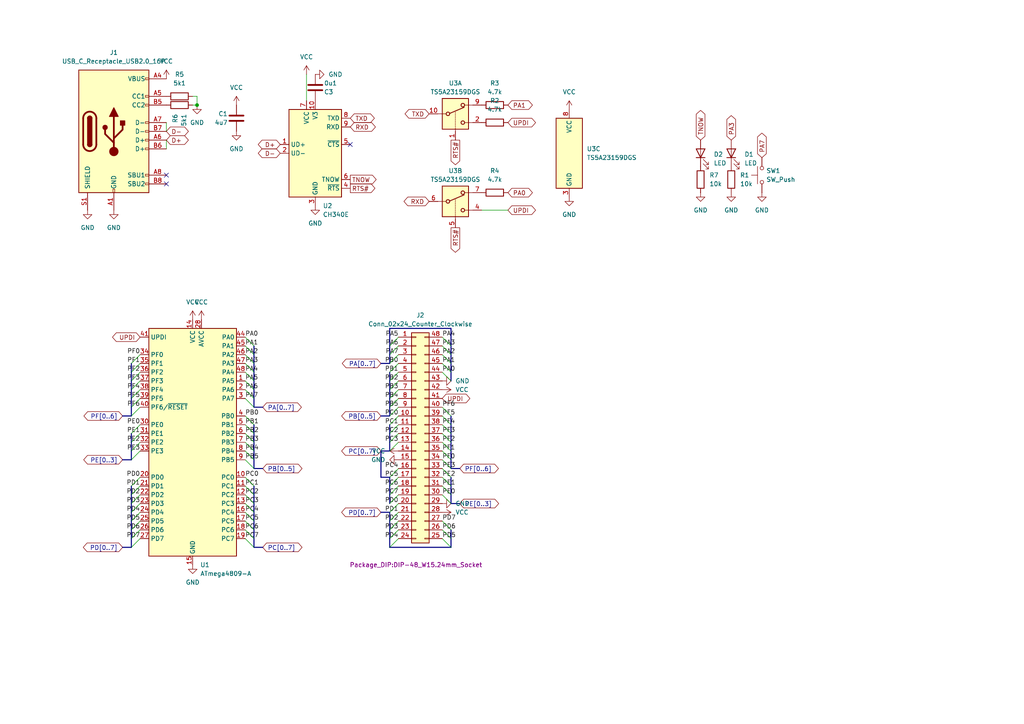
<source format=kicad_sch>
(kicad_sch (version 20231120) (generator "eeschema") (generator_version "8.0")
  (paper "A4")
  (lib_symbols
    (symbol "Analog_Switch:TS5A23159DGS"
      (property "Reference" "U" (at -5.08 8.89 0))
      (property "Value" "TS5A23159DGS" (at -5.08 6.985 0))
      (symbol "TS5A23159DGS_1_1"
        (rectangle (start -3.81 4.445) (end 3.81 -4.445) (stroke (width 0.254)) (fill (type background)))
        (circle (center -2.159 0) (radius 0.508) (stroke (width 0.254)))
        (polyline (pts (xy -5.08 0) (xy -2.794 0)))
        (polyline (pts (xy -1.651 0.127) (xy 2.54 1.905)) (stroke (width 0.254)))
        (polyline (pts (xy 0 -5.08) (xy 0 -4.572)))
        (polyline (pts (xy 0 -4.318) (xy 0 -4.064)))
        (polyline (pts (xy 0 -3.81) (xy 0 -3.556)))
        (polyline (pts (xy 0 -3.302) (xy 0 -3.048)))
        (polyline (pts (xy 0 -2.794) (xy 0 -2.54)))
        (polyline (pts (xy 0 -2.286) (xy 0 -2.032)))
        (polyline (pts (xy 0 -1.778) (xy 0 -1.524)))
        (polyline (pts (xy 0 -1.27) (xy 0 -1.016)))
        (polyline (pts (xy 0 -0.762) (xy 0 -0.508)))
        (polyline (pts (xy 0 -0.254) (xy 0 0)))
        (polyline (pts (xy 0 0.254) (xy 0 0.508)))
        (polyline (pts (xy 5.08 -2.54) (xy 2.794 -2.54)))
        (polyline (pts (xy 5.08 2.54) (xy 2.794 2.54)))
        (circle (center 2.159 -2.54) (radius 0.508) (stroke (width 0.254)))
        (circle (center 2.159 2.54) (radius 0.508) (stroke (width 0.254)))
        (pin input line (at 0 -7.62 90) (length 2.54) (name "~") (number "1"))
        (pin passive line (at -7.62 0 0) (length 2.54) (name "~") (number "10"))
        (pin passive line (at 7.62 -2.54 180) (length 2.54) (name "~") (number "2"))
        (pin passive line (at 7.62 2.54 180) (length 2.54) (name "~") (number "9"))
      )
      (symbol "TS5A23159DGS_2_1"
        (rectangle (start -3.81 4.445) (end 3.81 -4.445) (stroke (width 0.254)) (fill (type background)))
        (circle (center -2.159 0) (radius 0.508) (stroke (width 0.254)))
        (polyline (pts (xy -5.08 0) (xy -2.794 0)))
        (polyline (pts (xy -1.651 0.127) (xy 2.54 1.905)) (stroke (width 0.254)))
        (polyline (pts (xy 0 -5.08) (xy 0 -4.572)))
        (polyline (pts (xy 0 -4.318) (xy 0 -4.064)))
        (polyline (pts (xy 0 -3.81) (xy 0 -3.556)))
        (polyline (pts (xy 0 -3.302) (xy 0 -3.048)))
        (polyline (pts (xy 0 -2.794) (xy 0 -2.54)))
        (polyline (pts (xy 0 -2.286) (xy 0 -2.032)))
        (polyline (pts (xy 0 -1.778) (xy 0 -1.524)))
        (polyline (pts (xy 0 -1.27) (xy 0 -1.016)))
        (polyline (pts (xy 0 -0.762) (xy 0 -0.508)))
        (polyline (pts (xy 0 -0.254) (xy 0 0)))
        (polyline (pts (xy 0 0.254) (xy 0 0.508)))
        (polyline (pts (xy 5.08 -2.54) (xy 2.794 -2.54)))
        (polyline (pts (xy 5.08 2.54) (xy 2.794 2.54)))
        (circle (center 2.159 -2.54) (radius 0.508) (stroke (width 0.254)))
        (circle (center 2.159 2.54) (radius 0.508) (stroke (width 0.254)))
        (pin passive line (at 7.62 -2.54 180) (length 2.54) (name "~") (number "4"))
        (pin input line (at 0 -7.62 90) (length 2.54) (name "~") (number "5"))
        (pin passive line (at -7.62 0 0) (length 2.54) (name "~") (number "6"))
        (pin passive line (at 7.62 2.54 180) (length 2.54) (name "~") (number "7"))
      )
      (symbol "TS5A23159DGS_3_1"
        (rectangle (start -3.81 10.16) (end 3.81 -10.16) (stroke (width 0.254)) (fill (type background)))
        (pin power_in line (at 0 -12.7 90) (length 2.54) (name "GND") (number "3"))
        (pin power_in line (at 0 12.7 270) (length 2.54) (name "VCC") (number "8"))
      )
    )
    (symbol "Connector:USB_C_Receptacle_USB2.0_16P" (pin_names (offset 1.016))
      (property "Reference" "J" (at 0 22.225 0))
      (property "Value" "USB_C_Receptacle_USB2.0_16P" (at 0 19.685 0))
      (symbol "USB_C_Receptacle_USB2.0_16P_0_0"
        (rectangle (start -0.254 -17.78) (end 0.254 -16.764))
        (rectangle (start 10.16 -14.986) (end 9.144 -15.494))
        (rectangle (start 10.16 -12.446) (end 9.144 -12.954))
        (rectangle (start 10.16 -4.826) (end 9.144 -5.334))
        (rectangle (start 10.16 -2.286) (end 9.144 -2.794))
        (rectangle (start 10.16 0.254) (end 9.144 -0.254))
        (rectangle (start 10.16 2.794) (end 9.144 2.286))
        (rectangle (start 10.16 7.874) (end 9.144 7.366))
        (rectangle (start 10.16 10.414) (end 9.144 9.906))
        (rectangle (start 10.16 15.494) (end 9.144 14.986))
      )
      (symbol "USB_C_Receptacle_USB2.0_16P_0_1"
        (rectangle (start -10.16 17.78) (end 10.16 -17.78) (stroke (width 0.254)) (fill (type background)))
        (arc (start -8.89 -3.81) (mid -6.985 -5.7067) (end -5.08 -3.81) (stroke (width 0.508)))
        (arc (start -7.62 -3.81) (mid -6.985 -4.4423) (end -6.35 -3.81) (stroke (width 0.254)))
        (arc (start -7.62 -3.81) (mid -6.985 -4.4423) (end -6.35 -3.81) (stroke (width 0.254)) (fill (type outline)))
        (rectangle (start -7.62 -3.81) (end -6.35 3.81) (stroke (width 0.254)) (fill (type outline)))
        (arc (start -6.35 3.81) (mid -6.985 4.4423) (end -7.62 3.81) (stroke (width 0.254)))
        (arc (start -6.35 3.81) (mid -6.985 4.4423) (end -7.62 3.81) (stroke (width 0.254)) (fill (type outline)))
        (arc (start -5.08 3.81) (mid -6.985 5.7067) (end -8.89 3.81) (stroke (width 0.508)))
        (circle (center -2.54 1.143) (radius 0.635) (stroke (width 0.254)) (fill (type outline)))
        (circle (center 0 -5.842) (radius 1.27) (fill (type outline)))
        (polyline (pts (xy -8.89 -3.81) (xy -8.89 3.81)) (stroke (width 0.508)))
        (polyline (pts (xy -5.08 3.81) (xy -5.08 -3.81)) (stroke (width 0.508)))
        (polyline (pts (xy 0 -5.842) (xy 0 4.318)) (stroke (width 0.508)))
        (polyline (pts (xy 0 -3.302) (xy -2.54 -0.762) (xy -2.54 0.508)) (stroke (width 0.508)))
        (polyline (pts (xy 0 -2.032) (xy 2.54 0.508) (xy 2.54 1.778)) (stroke (width 0.508)))
        (polyline (pts (xy -1.27 4.318) (xy 0 6.858) (xy 1.27 4.318) (xy -1.27 4.318)) (stroke (width 0.254)) (fill (type outline)))
        (rectangle (start 1.905 1.778) (end 3.175 3.048) (stroke (width 0.254)) (fill (type outline)))
      )
      (symbol "USB_C_Receptacle_USB2.0_16P_1_1"
        (pin passive line (at 0 -22.86 90) (length 5.08) (name "GND") (number "A1"))
        (pin passive line (at 0 -22.86 90) (length 5.08) hide (name "GND") (number "A12"))
        (pin passive line (at 15.24 15.24 180) (length 5.08) (name "VBUS") (number "A4"))
        (pin bidirectional line (at 15.24 10.16 180) (length 5.08) (name "CC1") (number "A5"))
        (pin bidirectional line (at 15.24 -2.54 180) (length 5.08) (name "D+") (number "A6"))
        (pin bidirectional line (at 15.24 2.54 180) (length 5.08) (name "D-") (number "A7"))
        (pin bidirectional line (at 15.24 -12.7 180) (length 5.08) (name "SBU1") (number "A8"))
        (pin passive line (at 15.24 15.24 180) (length 5.08) hide (name "VBUS") (number "A9"))
        (pin passive line (at 0 -22.86 90) (length 5.08) hide (name "GND") (number "B1"))
        (pin passive line (at 0 -22.86 90) (length 5.08) hide (name "GND") (number "B12"))
        (pin passive line (at 15.24 15.24 180) (length 5.08) hide (name "VBUS") (number "B4"))
        (pin bidirectional line (at 15.24 7.62 180) (length 5.08) (name "CC2") (number "B5"))
        (pin bidirectional line (at 15.24 -5.08 180) (length 5.08) (name "D+") (number "B6"))
        (pin bidirectional line (at 15.24 0 180) (length 5.08) (name "D-") (number "B7"))
        (pin bidirectional line (at 15.24 -15.24 180) (length 5.08) (name "SBU2") (number "B8"))
        (pin passive line (at 15.24 15.24 180) (length 5.08) hide (name "VBUS") (number "B9"))
        (pin passive line (at -7.62 -22.86 90) (length 5.08) (name "SHIELD") (number "S1"))
      )
    )
    (symbol "Connector_Generic:Conn_02x24_Counter_Clockwise" (pin_names (offset 1.016) hide)
      (property "Reference" "J" (at 1.27 30.48 0))
      (property "Value" "Conn_02x24_Counter_Clockwise" (at 1.27 -33.02 0))
      (symbol "Conn_02x24_Counter_Clockwise_1_1"
        (rectangle (start -1.27 -30.353) (end 0 -30.607) (stroke (width 0.1524)))
        (rectangle (start -1.27 -27.813) (end 0 -28.067) (stroke (width 0.1524)))
        (rectangle (start -1.27 -25.273) (end 0 -25.527) (stroke (width 0.1524)))
        (rectangle (start -1.27 -22.733) (end 0 -22.987) (stroke (width 0.1524)))
        (rectangle (start -1.27 -20.193) (end 0 -20.447) (stroke (width 0.1524)))
        (rectangle (start -1.27 -17.653) (end 0 -17.907) (stroke (width 0.1524)))
        (rectangle (start -1.27 -15.113) (end 0 -15.367) (stroke (width 0.1524)))
        (rectangle (start -1.27 -12.573) (end 0 -12.827) (stroke (width 0.1524)))
        (rectangle (start -1.27 -10.033) (end 0 -10.287) (stroke (width 0.1524)))
        (rectangle (start -1.27 -7.493) (end 0 -7.747) (stroke (width 0.1524)))
        (rectangle (start -1.27 -4.953) (end 0 -5.207) (stroke (width 0.1524)))
        (rectangle (start -1.27 -2.413) (end 0 -2.667) (stroke (width 0.1524)))
        (rectangle (start -1.27 0.127) (end 0 -0.127) (stroke (width 0.1524)))
        (rectangle (start -1.27 2.667) (end 0 2.413) (stroke (width 0.1524)))
        (rectangle (start -1.27 5.207) (end 0 4.953) (stroke (width 0.1524)))
        (rectangle (start -1.27 7.747) (end 0 7.493) (stroke (width 0.1524)))
        (rectangle (start -1.27 10.287) (end 0 10.033) (stroke (width 0.1524)))
        (rectangle (start -1.27 12.827) (end 0 12.573) (stroke (width 0.1524)))
        (rectangle (start -1.27 15.367) (end 0 15.113) (stroke (width 0.1524)))
        (rectangle (start -1.27 17.907) (end 0 17.653) (stroke (width 0.1524)))
        (rectangle (start -1.27 20.447) (end 0 20.193) (stroke (width 0.1524)))
        (rectangle (start -1.27 22.987) (end 0 22.733) (stroke (width 0.1524)))
        (rectangle (start -1.27 25.527) (end 0 25.273) (stroke (width 0.1524)))
        (rectangle (start -1.27 28.067) (end 0 27.813) (stroke (width 0.1524)))
        (rectangle (start -1.27 29.21) (end 3.81 -31.75) (stroke (width 0.254)) (fill (type background)))
        (rectangle (start 3.81 -30.353) (end 2.54 -30.607) (stroke (width 0.1524)))
        (rectangle (start 3.81 -27.813) (end 2.54 -28.067) (stroke (width 0.1524)))
        (rectangle (start 3.81 -25.273) (end 2.54 -25.527) (stroke (width 0.1524)))
        (rectangle (start 3.81 -22.733) (end 2.54 -22.987) (stroke (width 0.1524)))
        (rectangle (start 3.81 -20.193) (end 2.54 -20.447) (stroke (width 0.1524)))
        (rectangle (start 3.81 -17.653) (end 2.54 -17.907) (stroke (width 0.1524)))
        (rectangle (start 3.81 -15.113) (end 2.54 -15.367) (stroke (width 0.1524)))
        (rectangle (start 3.81 -12.573) (end 2.54 -12.827) (stroke (width 0.1524)))
        (rectangle (start 3.81 -10.033) (end 2.54 -10.287) (stroke (width 0.1524)))
        (rectangle (start 3.81 -7.493) (end 2.54 -7.747) (stroke (width 0.1524)))
        (rectangle (start 3.81 -4.953) (end 2.54 -5.207) (stroke (width 0.1524)))
        (rectangle (start 3.81 -2.413) (end 2.54 -2.667) (stroke (width 0.1524)))
        (rectangle (start 3.81 0.127) (end 2.54 -0.127) (stroke (width 0.1524)))
        (rectangle (start 3.81 2.667) (end 2.54 2.413) (stroke (width 0.1524)))
        (rectangle (start 3.81 5.207) (end 2.54 4.953) (stroke (width 0.1524)))
        (rectangle (start 3.81 7.747) (end 2.54 7.493) (stroke (width 0.1524)))
        (rectangle (start 3.81 10.287) (end 2.54 10.033) (stroke (width 0.1524)))
        (rectangle (start 3.81 12.827) (end 2.54 12.573) (stroke (width 0.1524)))
        (rectangle (start 3.81 15.367) (end 2.54 15.113) (stroke (width 0.1524)))
        (rectangle (start 3.81 17.907) (end 2.54 17.653) (stroke (width 0.1524)))
        (rectangle (start 3.81 20.447) (end 2.54 20.193) (stroke (width 0.1524)))
        (rectangle (start 3.81 22.987) (end 2.54 22.733) (stroke (width 0.1524)))
        (rectangle (start 3.81 25.527) (end 2.54 25.273) (stroke (width 0.1524)))
        (rectangle (start 3.81 28.067) (end 2.54 27.813) (stroke (width 0.1524)))
        (pin passive line (at -5.08 27.94 0) (length 3.81) (name "Pin_1") (number "1"))
        (pin passive line (at -5.08 5.08 0) (length 3.81) (name "Pin_10") (number "10"))
        (pin passive line (at -5.08 2.54 0) (length 3.81) (name "Pin_11") (number "11"))
        (pin passive line (at -5.08 0 0) (length 3.81) (name "Pin_12") (number "12"))
        (pin passive line (at -5.08 -2.54 0) (length 3.81) (name "Pin_13") (number "13"))
        (pin passive line (at -5.08 -5.08 0) (length 3.81) (name "Pin_14") (number "14"))
        (pin passive line (at -5.08 -7.62 0) (length 3.81) (name "Pin_15") (number "15"))
        (pin passive line (at -5.08 -10.16 0) (length 3.81) (name "Pin_16") (number "16"))
        (pin passive line (at -5.08 -12.7 0) (length 3.81) (name "Pin_17") (number "17"))
        (pin passive line (at -5.08 -15.24 0) (length 3.81) (name "Pin_18") (number "18"))
        (pin passive line (at -5.08 -17.78 0) (length 3.81) (name "Pin_19") (number "19"))
        (pin passive line (at -5.08 25.4 0) (length 3.81) (name "Pin_2") (number "2"))
        (pin passive line (at -5.08 -20.32 0) (length 3.81) (name "Pin_20") (number "20"))
        (pin passive line (at -5.08 -22.86 0) (length 3.81) (name "Pin_21") (number "21"))
        (pin passive line (at -5.08 -25.4 0) (length 3.81) (name "Pin_22") (number "22"))
        (pin passive line (at -5.08 -27.94 0) (length 3.81) (name "Pin_23") (number "23"))
        (pin passive line (at -5.08 -30.48 0) (length 3.81) (name "Pin_24") (number "24"))
        (pin passive line (at 7.62 -30.48 180) (length 3.81) (name "Pin_25") (number "25"))
        (pin passive line (at 7.62 -27.94 180) (length 3.81) (name "Pin_26") (number "26"))
        (pin passive line (at 7.62 -25.4 180) (length 3.81) (name "Pin_27") (number "27"))
        (pin passive line (at 7.62 -22.86 180) (length 3.81) (name "Pin_28") (number "28"))
        (pin passive line (at 7.62 -20.32 180) (length 3.81) (name "Pin_29") (number "29"))
        (pin passive line (at -5.08 22.86 0) (length 3.81) (name "Pin_3") (number "3"))
        (pin passive line (at 7.62 -17.78 180) (length 3.81) (name "Pin_30") (number "30"))
        (pin passive line (at 7.62 -15.24 180) (length 3.81) (name "Pin_31") (number "31"))
        (pin passive line (at 7.62 -12.7 180) (length 3.81) (name "Pin_32") (number "32"))
        (pin passive line (at 7.62 -10.16 180) (length 3.81) (name "Pin_33") (number "33"))
        (pin passive line (at 7.62 -7.62 180) (length 3.81) (name "Pin_34") (number "34"))
        (pin passive line (at 7.62 -5.08 180) (length 3.81) (name "Pin_35") (number "35"))
        (pin passive line (at 7.62 -2.54 180) (length 3.81) (name "Pin_36") (number "36"))
        (pin passive line (at 7.62 0 180) (length 3.81) (name "Pin_37") (number "37"))
        (pin passive line (at 7.62 2.54 180) (length 3.81) (name "Pin_38") (number "38"))
        (pin passive line (at 7.62 5.08 180) (length 3.81) (name "Pin_39") (number "39"))
        (pin passive line (at -5.08 20.32 0) (length 3.81) (name "Pin_4") (number "4"))
        (pin passive line (at 7.62 7.62 180) (length 3.81) (name "Pin_40") (number "40"))
        (pin passive line (at 7.62 10.16 180) (length 3.81) (name "Pin_41") (number "41"))
        (pin passive line (at 7.62 12.7 180) (length 3.81) (name "Pin_42") (number "42"))
        (pin passive line (at 7.62 15.24 180) (length 3.81) (name "Pin_43") (number "43"))
        (pin passive line (at 7.62 17.78 180) (length 3.81) (name "Pin_44") (number "44"))
        (pin passive line (at 7.62 20.32 180) (length 3.81) (name "Pin_45") (number "45"))
        (pin passive line (at 7.62 22.86 180) (length 3.81) (name "Pin_46") (number "46"))
        (pin passive line (at 7.62 25.4 180) (length 3.81) (name "Pin_47") (number "47"))
        (pin passive line (at 7.62 27.94 180) (length 3.81) (name "Pin_48") (number "48"))
        (pin passive line (at -5.08 17.78 0) (length 3.81) (name "Pin_5") (number "5"))
        (pin passive line (at -5.08 15.24 0) (length 3.81) (name "Pin_6") (number "6"))
        (pin passive line (at -5.08 12.7 0) (length 3.81) (name "Pin_7") (number "7"))
        (pin passive line (at -5.08 10.16 0) (length 3.81) (name "Pin_8") (number "8"))
        (pin passive line (at -5.08 7.62 0) (length 3.81) (name "Pin_9") (number "9"))
      )
    )
    (symbol "Device:C" (pin_numbers hide) (pin_names (offset 0.254))
      (property "Reference" "C" (at 0.635 2.54 0))
      (property "Value" "C" (at 0.635 -2.54 0))
      (symbol "C_0_1"
        (polyline (pts (xy -2.032 -0.762) (xy 2.032 -0.762)) (stroke (width 0.508)))
        (polyline (pts (xy -2.032 0.762) (xy 2.032 0.762)) (stroke (width 0.508)))
      )
      (symbol "C_1_1"
        (pin passive line (at 0 3.81 270) (length 2.794) (name "~") (number "1"))
        (pin passive line (at 0 -3.81 90) (length 2.794) (name "~") (number "2"))
      )
    )
    (symbol "Device:LED" (pin_numbers hide) (pin_names (offset 1.016) hide)
      (property "Reference" "D" (at 0 2.54 0))
      (property "Value" "LED" (at 0 -2.54 0))
      (symbol "LED_0_1"
        (polyline (pts (xy -1.27 -1.27) (xy -1.27 1.27)) (stroke (width 0.254)))
        (polyline (pts (xy -1.27 0) (xy 1.27 0)))
        (polyline (pts (xy 1.27 -1.27) (xy 1.27 1.27) (xy -1.27 0) (xy 1.27 -1.27)) (stroke (width 0.254)))
        (polyline (pts (xy -3.048 -0.762) (xy -4.572 -2.286) (xy -3.81 -2.286) (xy -4.572 -2.286) (xy -4.572 -1.524)))
        (polyline (pts (xy -1.778 -0.762) (xy -3.302 -2.286) (xy -2.54 -2.286) (xy -3.302 -2.286) (xy -3.302 -1.524)))
      )
      (symbol "LED_1_1"
        (pin passive line (at -3.81 0 0) (length 2.54) (name "K") (number "1"))
        (pin passive line (at 3.81 0 180) (length 2.54) (name "A") (number "2"))
      )
    )
    (symbol "Device:R" (pin_numbers hide) (pin_names (offset 0))
      (property "Reference" "R" (at 2.032 0 90))
      (property "Value" "R" (at 0 0 90))
      (symbol "R_0_1"
        (rectangle (start -1.016 -2.54) (end 1.016 2.54) (stroke (width 0.254)))
      )
      (symbol "R_1_1"
        (pin passive line (at 0 3.81 270) (length 1.27) (name "~") (number "1"))
        (pin passive line (at 0 -3.81 90) (length 1.27) (name "~") (number "2"))
      )
    )
    (symbol "GND_1" (power) (pin_numbers hide) (pin_names (offset 0) hide)
      (property "Value" "GND" (at 0 -3.81 0))
      (symbol "GND_1_0_1"
        (polyline (pts (xy 0 0) (xy 0 -1.27) (xy 1.27 -1.27) (xy 0 -2.54) (xy -1.27 -1.27) (xy 0 -1.27)))
      )
      (symbol "GND_1_1_1"
        (pin power_in line (at 0 0 270) (length 0) (name "~") (number "1"))
      )
    )
    (symbol "Interface_USB:CH340E"
      (property "Reference" "U" (at -5.08 13.97 0))
      (property "Value" "CH340E" (at 1.27 13.97 0))
      (symbol "CH340E_0_1"
        (rectangle (start -7.62 12.7) (end 7.62 -12.7) (stroke (width 0.254)) (fill (type background)))
      )
      (symbol "CH340E_1_1"
        (pin bidirectional line (at -10.16 2.54 0) (length 2.54) (name "UD+") (number "1"))
        (pin power_out line (at 0 15.24 270) (length 2.54) (name "V3") (number "10"))
        (pin bidirectional line (at -10.16 0 0) (length 2.54) (name "UD-") (number "2"))
        (pin power_in line (at 0 -15.24 90) (length 2.54) (name "GND") (number "3"))
        (pin output line (at 10.16 -10.16 180) (length 2.54) (name "~{RTS}") (number "4"))
        (pin input line (at 10.16 2.54 180) (length 2.54) (name "~{CTS}") (number "5"))
        (pin output line (at 10.16 -7.62 180) (length 2.54) (name "TNOW") (number "6"))
        (pin power_in line (at -2.54 15.24 270) (length 2.54) (name "VCC") (number "7"))
        (pin output line (at 10.16 10.16 180) (length 2.54) (name "TXD") (number "8"))
        (pin input line (at 10.16 7.62 180) (length 2.54) (name "RXD") (number "9"))
      )
    )
    (symbol "MCU_Microchip_ATmega:ATmega4809-A"
      (property "Reference" "U" (at -12.7 34.29 0))
      (property "Value" "ATmega4809-A" (at 2.54 -34.29 0))
      (symbol "ATmega4809-A_0_1"
        (rectangle (start -12.7 -33.02) (end 12.7 33.02) (stroke (width 0.254)) (fill (type background)))
      )
      (symbol "ATmega4809-A_1_1"
        (pin bidirectional line (at 15.24 17.78 180) (length 2.54) (name "PA5") (number "1"))
        (pin bidirectional line (at 15.24 -10.16 180) (length 2.54) (name "PC0") (number "10"))
        (pin bidirectional line (at 15.24 -12.7 180) (length 2.54) (name "PC1") (number "11"))
        (pin bidirectional line (at 15.24 -15.24 180) (length 2.54) (name "PC2") (number "12"))
        (pin bidirectional line (at 15.24 -17.78 180) (length 2.54) (name "PC3") (number "13"))
        (pin power_in line (at 0 35.56 270) (length 2.54) (name "VCC") (number "14"))
        (pin power_in line (at 0 -35.56 90) (length 2.54) (name "GND") (number "15"))
        (pin bidirectional line (at 15.24 -20.32 180) (length 2.54) (name "PC4") (number "16"))
        (pin bidirectional line (at 15.24 -22.86 180) (length 2.54) (name "PC5") (number "17"))
        (pin bidirectional line (at 15.24 -25.4 180) (length 2.54) (name "PC6") (number "18"))
        (pin bidirectional line (at 15.24 -27.94 180) (length 2.54) (name "PC7") (number "19"))
        (pin bidirectional line (at 15.24 15.24 180) (length 2.54) (name "PA6") (number "2"))
        (pin bidirectional line (at -15.24 -10.16 0) (length 2.54) (name "PD0") (number "20"))
        (pin bidirectional line (at -15.24 -12.7 0) (length 2.54) (name "PD1") (number "21"))
        (pin bidirectional line (at -15.24 -15.24 0) (length 2.54) (name "PD2") (number "22"))
        (pin bidirectional line (at -15.24 -17.78 0) (length 2.54) (name "PD3") (number "23"))
        (pin bidirectional line (at -15.24 -20.32 0) (length 2.54) (name "PD4") (number "24"))
        (pin bidirectional line (at -15.24 -22.86 0) (length 2.54) (name "PD5") (number "25"))
        (pin bidirectional line (at -15.24 -25.4 0) (length 2.54) (name "PD6") (number "26"))
        (pin bidirectional line (at -15.24 -27.94 0) (length 2.54) (name "PD7") (number "27"))
        (pin power_in line (at 2.54 35.56 270) (length 2.54) (name "AVCC") (number "28"))
        (pin passive line (at 0 -35.56 90) (length 2.54) hide (name "GND") (number "29"))
        (pin bidirectional line (at 15.24 12.7 180) (length 2.54) (name "PA7") (number "3"))
        (pin bidirectional line (at -15.24 5.08 0) (length 2.54) (name "PE0") (number "30"))
        (pin bidirectional line (at -15.24 2.54 0) (length 2.54) (name "PE1") (number "31"))
        (pin bidirectional line (at -15.24 0 0) (length 2.54) (name "PE2") (number "32"))
        (pin bidirectional line (at -15.24 -2.54 0) (length 2.54) (name "PE3") (number "33"))
        (pin bidirectional line (at -15.24 25.4 0) (length 2.54) (name "PF0") (number "34"))
        (pin bidirectional line (at -15.24 22.86 0) (length 2.54) (name "PF1") (number "35"))
        (pin bidirectional line (at -15.24 20.32 0) (length 2.54) (name "PF2") (number "36"))
        (pin bidirectional line (at -15.24 17.78 0) (length 2.54) (name "PF3") (number "37"))
        (pin bidirectional line (at -15.24 15.24 0) (length 2.54) (name "PF4") (number "38"))
        (pin bidirectional line (at -15.24 12.7 0) (length 2.54) (name "PF5") (number "39"))
        (pin bidirectional line (at 15.24 7.62 180) (length 2.54) (name "PB0") (number "4"))
        (pin bidirectional line (at -15.24 10.16 0) (length 2.54) (name "PF6/~{RESET}") (number "40"))
        (pin bidirectional line (at -15.24 30.48 0) (length 2.54) (name "UPDI") (number "41"))
        (pin passive line (at 0 35.56 270) (length 2.54) hide (name "VCC") (number "42"))
        (pin passive line (at 0 -35.56 90) (length 2.54) hide (name "GND") (number "43"))
        (pin bidirectional line (at 15.24 30.48 180) (length 2.54) (name "PA0") (number "44"))
        (pin bidirectional line (at 15.24 27.94 180) (length 2.54) (name "PA1") (number "45"))
        (pin bidirectional line (at 15.24 25.4 180) (length 2.54) (name "PA2") (number "46"))
        (pin bidirectional line (at 15.24 22.86 180) (length 2.54) (name "PA3") (number "47"))
        (pin bidirectional line (at 15.24 20.32 180) (length 2.54) (name "PA4") (number "48"))
        (pin bidirectional line (at 15.24 5.08 180) (length 2.54) (name "PB1") (number "5"))
        (pin bidirectional line (at 15.24 2.54 180) (length 2.54) (name "PB2") (number "6"))
        (pin bidirectional line (at 15.24 0 180) (length 2.54) (name "PB3") (number "7"))
        (pin bidirectional line (at 15.24 -2.54 180) (length 2.54) (name "PB4") (number "8"))
        (pin bidirectional line (at 15.24 -5.08 180) (length 2.54) (name "PB5") (number "9"))
      )
    )
    (symbol "Switch:SW_Push" (pin_numbers hide) (pin_names (offset 1.016) hide)
      (property "Reference" "SW" (at 1.27 2.54 0))
      (property "Value" "SW_Push" (at 0 -1.524 0))
      (symbol "SW_Push_0_1"
        (circle (center -2.032 0) (radius 0.508))
        (polyline (pts (xy 0 1.27) (xy 0 3.048)))
        (polyline (pts (xy 2.54 1.27) (xy -2.54 1.27)))
        (circle (center 2.032 0) (radius 0.508))
        (pin passive line (at -5.08 0 0) (length 2.54) (name "1") (number "1"))
        (pin passive line (at 5.08 0 180) (length 2.54) (name "2") (number "2"))
      )
    )
    (symbol "power:GND" (power) (pin_names (offset 0))
      (property "Value" "GND" (at 0 -3.81 0))
      (symbol "GND_0_1"
        (polyline (pts (xy 0 0) (xy 0 -1.27) (xy 1.27 -1.27) (xy 0 -2.54) (xy -1.27 -1.27) (xy 0 -1.27)))
      )
      (symbol "GND_1_1"
        (pin power_in line (at 0 0 270) (length 0) hide (name "GND") (number "1"))
      )
    )
    (symbol "power:VCC" (power) (pin_names (offset 0))
      (property "Value" "VCC" (at 0 3.81 0))
      (symbol "VCC_0_1"
        (polyline (pts (xy -0.762 1.27) (xy 0 2.54)))
        (polyline (pts (xy 0 0) (xy 0 2.54)))
        (polyline (pts (xy 0 2.54) (xy 0.762 1.27)))
      )
      (symbol "VCC_1_1"
        (pin power_in line (at 0 0 90) (length 0) hide (name "VCC") (number "1"))
      )
    )
  )
  (junction (at 57.15 30.48))
  (no_connect (at 48.26 50.8))
  (no_connect (at 101.6 41.91))
  (no_connect (at 48.26 53.34))
  (bus_entry (at 40.64 102.87) (size -2.54 2.54))
  (bus_entry (at 115.57 140.97) (size -2.54 2.54))
  (bus_entry (at 40.64 125.73) (size -2.54 2.54))
  (bus_entry (at 40.64 105.41) (size -2.54 2.54))
  (bus_entry (at 115.57 118.11) (size -2.54 2.54))
  (bus_entry (at 40.64 123.19) (size -2.54 2.54))
  (bus_entry (at 73.66 135.89) (size -2.54 -2.54))
  (bus_entry (at 40.64 118.11) (size -2.54 2.54))
  (bus_entry (at 71.12 156.21) (size 2.54 2.54))
  (bus_entry (at 71.12 151.13) (size 2.54 2.54))
  (bus_entry (at 115.57 107.95) (size -2.54 2.54))
  (bus_entry (at 128.27 125.73) (size 2.54 2.54))
  (bus_entry (at 40.64 140.97) (size -2.54 2.54))
  (bus_entry (at 128.27 105.41) (size 2.54 2.54))
  (bus_entry (at 40.64 148.59) (size -2.54 2.54))
  (bus_entry (at 71.12 100.33) (size 2.54 2.54))
  (bus_entry (at 115.57 146.05) (size -2.54 2.54))
  (bus_entry (at 115.57 135.89) (size -2.54 2.54))
  (bus_entry (at 128.27 128.27) (size 2.54 2.54))
  (bus_entry (at 128.27 102.87) (size 2.54 2.54))
  (bus_entry (at 115.57 138.43) (size -2.54 2.54))
  (bus_entry (at 115.57 143.51) (size -2.54 2.54))
  (bus_entry (at 40.64 128.27) (size -2.54 2.54))
  (bus_entry (at 40.64 151.13) (size -2.54 2.54))
  (bus_entry (at 115.57 120.65) (size -2.54 2.54))
  (bus_entry (at 128.27 140.97) (size 2.54 2.54))
  (bus_entry (at 128.27 138.43) (size 2.54 2.54))
  (bus_entry (at 73.66 130.81) (size -2.54 -2.54))
  (bus_entry (at 71.12 138.43) (size 2.54 2.54))
  (bus_entry (at 128.27 107.95) (size 2.54 2.54))
  (bus_entry (at 115.57 102.87) (size -2.54 2.54))
  (bus_entry (at 115.57 110.49) (size -2.54 2.54))
  (bus_entry (at 71.12 105.41) (size 2.54 2.54))
  (bus_entry (at 115.57 97.79) (size -2.54 2.54))
  (bus_entry (at 115.57 113.03) (size -2.54 2.54))
  (bus_entry (at 128.27 123.19) (size 2.54 2.54))
  (bus_entry (at 115.57 125.73) (size -2.54 2.54))
  (bus_entry (at 71.12 115.57) (size 2.54 2.54))
  (bus_entry (at 40.64 138.43) (size -2.54 2.54))
  (bus_entry (at 40.64 107.95) (size -2.54 2.54))
  (bus_entry (at 73.66 123.19) (size -2.54 -2.54))
  (bus_entry (at 40.64 115.57) (size -2.54 2.54))
  (bus_entry (at 71.12 97.79) (size 2.54 2.54))
  (bus_entry (at 40.64 153.67) (size -2.54 2.54))
  (bus_entry (at 115.57 123.19) (size -2.54 2.54))
  (bus_entry (at 128.27 100.33) (size 2.54 2.54))
  (bus_entry (at 73.66 128.27) (size -2.54 -2.54))
  (bus_entry (at 115.57 128.27) (size -2.54 2.54))
  (bus_entry (at 128.27 156.21) (size 2.54 2.54))
  (bus_entry (at 71.12 153.67) (size 2.54 2.54))
  (bus_entry (at 73.66 125.73) (size -2.54 -2.54))
  (bus_entry (at 40.64 143.51) (size -2.54 2.54))
  (bus_entry (at 115.57 153.67) (size -2.54 2.54))
  (bus_entry (at 40.64 156.21) (size -2.54 2.54))
  (bus_entry (at 128.27 120.65) (size 2.54 2.54))
  (bus_entry (at 71.12 140.97) (size 2.54 2.54))
  (bus_entry (at 115.57 105.41) (size -2.54 2.54))
  (bus_entry (at 73.66 133.35) (size -2.54 -2.54))
  (bus_entry (at 71.12 110.49) (size 2.54 2.54))
  (bus_entry (at 115.57 151.13) (size -2.54 2.54))
  (bus_entry (at 128.27 135.89) (size 2.54 2.54))
  (bus_entry (at 40.64 113.03) (size -2.54 2.54))
  (bus_entry (at 115.57 156.21) (size -2.54 2.54))
  (bus_entry (at 128.27 118.11) (size 2.54 2.54))
  (bus_entry (at 71.12 148.59) (size 2.54 2.54))
  (bus_entry (at 128.27 151.13) (size 2.54 2.54))
  (bus_entry (at 128.27 97.79) (size 2.54 2.54))
  (bus_entry (at 128.27 133.35) (size 2.54 2.54))
  (bus_entry (at 40.64 146.05) (size -2.54 2.54))
  (bus_entry (at 71.12 107.95) (size 2.54 2.54))
  (bus_entry (at 115.57 100.33) (size -2.54 2.54))
  (bus_entry (at 128.27 130.81) (size 2.54 2.54))
  (bus_entry (at 115.57 115.57) (size -2.54 2.54))
  (bus_entry (at 115.57 148.59) (size -2.54 2.54))
  (bus_entry (at 71.12 102.87) (size 2.54 2.54))
  (bus_entry (at 40.64 130.81) (size -2.54 2.54))
  (bus_entry (at 128.27 143.51) (size 2.54 2.54))
  (bus_entry (at 71.12 146.05) (size 2.54 2.54))
  (bus_entry (at 128.27 153.67) (size 2.54 2.54))
  (bus_entry (at 71.12 113.03) (size 2.54 2.54))
  (bus_entry (at 71.12 143.51) (size 2.54 2.54))
  (bus_entry (at 40.64 110.49) (size -2.54 2.54))
  (bus (pts (xy 38.1 110.49) (xy 38.1 113.03)))
  (bus (pts (xy 130.81 153.67) (xy 130.81 156.21)))
  (bus (pts (xy 73.66 113.03) (xy 73.66 115.57)))
  (bus (pts (xy 76.2 135.89) (xy 73.66 135.89)))
  (bus (pts (xy 130.81 107.95) (xy 130.81 110.49)))
  (bus (pts (xy 38.1 120.65) (xy 38.1 118.11)))
  (bus (pts (xy 38.1 153.67) (xy 38.1 156.21)))
  (bus (pts (xy 38.1 133.35) (xy 38.1 130.81)))
  (bus (pts (xy 130.81 140.97) (xy 130.81 143.51)))
  (bus (pts (xy 38.1 107.95) (xy 38.1 110.49)))
  (bus (pts (xy 113.03 107.95) (xy 113.03 110.49)))
  (bus (pts (xy 113.03 146.05) (xy 113.03 143.51)))
  (bus (pts (xy 113.03 151.13) (xy 113.03 148.59)))
  (wire (pts (xy 48.26 35.56) (xy 48.26 38.1)))
  (bus (pts (xy 113.03 153.67) (xy 113.03 151.13)))
  (bus (pts (xy 110.49 148.59) (xy 113.03 148.59)))
  (bus (pts (xy 38.1 151.13) (xy 38.1 153.67)))
  (bus (pts (xy 73.66 125.73) (xy 73.66 128.27)))
  (bus (pts (xy 38.1 113.03) (xy 38.1 115.57)))
  (bus (pts (xy 130.81 128.27) (xy 130.81 130.81)))
  (bus (pts (xy 73.66 130.81) (xy 73.66 133.35)))
  (bus (pts (xy 76.2 118.11) (xy 73.66 118.11)))
  (bus (pts (xy 130.81 102.87) (xy 130.81 105.41)))
  (bus (pts (xy 130.81 125.73) (xy 130.81 128.27)))
  (bus (pts (xy 130.81 95.25) (xy 113.03 95.25)))
  (bus (pts (xy 73.66 100.33) (xy 73.66 102.87)))
  (bus (pts (xy 130.81 130.81) (xy 130.81 133.35)))
  (bus (pts (xy 38.1 146.05) (xy 38.1 148.59)))
  (bus (pts (xy 113.03 123.19) (xy 113.03 125.73)))
  (bus (pts (xy 73.66 140.97) (xy 73.66 143.51)))
  (bus (pts (xy 130.81 138.43) (xy 130.81 140.97)))
  (bus (pts (xy 130.81 120.65) (xy 130.81 123.19)))
  (bus (pts (xy 113.03 125.73) (xy 113.03 128.27)))
  (bus (pts (xy 76.2 158.75) (xy 73.66 158.75)))
  (wire (pts (xy 55.88 27.94) (xy 57.15 27.94)))
  (bus (pts (xy 73.66 148.59) (xy 73.66 151.13)))
  (bus (pts (xy 73.66 146.05) (xy 73.66 148.59)))
  (bus (pts (xy 38.1 125.73) (xy 38.1 128.27)))
  (bus (pts (xy 113.03 130.81) (xy 110.49 130.81)))
  (bus (pts (xy 38.1 158.75) (xy 38.1 156.21)))
  (bus (pts (xy 113.03 102.87) (xy 113.03 105.41)))
  (bus (pts (xy 113.03 140.97) (xy 113.03 138.43)))
  (bus (pts (xy 73.66 105.41) (xy 73.66 107.95)))
  (bus (pts (xy 113.03 100.33) (xy 113.03 102.87)))
  (bus (pts (xy 113.03 143.51) (xy 113.03 140.97)))
  (bus (pts (xy 113.03 120.65) (xy 110.49 120.65)))
  (bus (pts (xy 130.81 135.89) (xy 133.35 135.89)))
  (bus (pts (xy 113.03 115.57) (xy 113.03 118.11)))
  (bus (pts (xy 38.1 128.27) (xy 38.1 130.81)))
  (wire (pts (xy 88.9 29.21) (xy 88.9 21.59)))
  (bus (pts (xy 73.66 158.75) (xy 73.66 156.21)))
  (bus (pts (xy 130.81 156.21) (xy 130.81 158.75)))
  (bus (pts (xy 38.1 115.57) (xy 38.1 118.11)))
  (bus (pts (xy 130.81 133.35) (xy 130.81 135.89)))
  (bus (pts (xy 130.81 146.05) (xy 133.35 146.05)))
  (bus (pts (xy 113.03 138.43) (xy 110.49 138.43)))
  (bus (pts (xy 73.66 102.87) (xy 73.66 105.41)))
  (bus (pts (xy 38.1 140.97) (xy 38.1 143.51)))
  (bus (pts (xy 38.1 148.59) (xy 38.1 151.13)))
  (bus (pts (xy 73.66 128.27) (xy 73.66 130.81)))
  (wire (pts (xy 48.26 40.64) (xy 48.26 43.18)))
  (bus (pts (xy 35.56 133.35) (xy 38.1 133.35)))
  (bus (pts (xy 110.49 138.43) (xy 110.49 130.81)))
  (bus (pts (xy 113.03 105.41) (xy 110.49 105.41)))
  (bus (pts (xy 35.56 120.65) (xy 38.1 120.65)))
  (bus (pts (xy 130.81 100.33) (xy 130.81 102.87)))
  (bus (pts (xy 130.81 123.19) (xy 130.81 125.73)))
  (bus (pts (xy 73.66 107.95) (xy 73.66 110.49)))
  (bus (pts (xy 130.81 143.51) (xy 130.81 146.05)))
  (bus (pts (xy 73.66 118.11) (xy 73.66 115.57)))
  (bus (pts (xy 113.03 95.25) (xy 113.03 100.33)))
  (bus (pts (xy 113.03 128.27) (xy 113.03 130.81)))
  (wire (pts (xy 57.15 27.94) (xy 57.15 30.48)))
  (bus (pts (xy 130.81 158.75) (xy 113.03 158.75)))
  (bus (pts (xy 113.03 113.03) (xy 113.03 115.57)))
  (bus (pts (xy 73.66 151.13) (xy 73.66 153.67)))
  (wire (pts (xy 57.15 30.48) (xy 55.88 30.48)))
  (bus (pts (xy 130.81 95.25) (xy 130.81 100.33)))
  (bus (pts (xy 113.03 156.21) (xy 113.03 153.67)))
  (bus (pts (xy 73.66 153.67) (xy 73.66 156.21)))
  (wire (pts (xy 147.32 60.96) (xy 139.7 60.96)))
  (bus (pts (xy 130.81 105.41) (xy 130.81 107.95)))
  (bus (pts (xy 38.1 143.51) (xy 38.1 146.05)))
  (bus (pts (xy 113.03 158.75) (xy 113.03 156.21)))
  (bus (pts (xy 113.03 118.11) (xy 113.03 120.65)))
  (bus (pts (xy 73.66 110.49) (xy 73.66 113.03)))
  (bus (pts (xy 113.03 110.49) (xy 113.03 113.03)))
  (bus (pts (xy 73.66 123.19) (xy 73.66 125.73)))
  (bus (pts (xy 35.56 158.75) (xy 38.1 158.75)))
  (bus (pts (xy 38.1 105.41) (xy 38.1 107.95)))
  (bus (pts (xy 73.66 135.89) (xy 73.66 133.35)))
  (bus (pts (xy 73.66 143.51) (xy 73.66 146.05)))
  (label "PD2" (at 115.57 151.13 180))
  (label "PB0" (at 115.57 105.41 180))
  (label "PF2" (at 40.64 107.95 180))
  (label "PB1" (at 115.57 107.95 180))
  (label "PB3" (at 71.12 128.27 0))
  (label "PD5" (at 128.27 156.21 0))
  (label "PA2" (at 71.12 102.87 0))
  (label "PA0" (at 128.27 107.95 0))
  (label "PC2" (at 115.57 125.73 180))
  (label "PF1" (at 40.64 105.41 180))
  (label "PD3" (at 115.57 153.67 180))
  (label "PF6" (at 40.64 118.11 180))
  (label "PF4" (at 128.27 123.19 0))
  (label "PE1" (at 40.64 125.73 180))
  (label "PB5" (at 71.12 133.35 0))
  (label "PC4" (at 115.57 135.89 180))
  (label "PD6" (at 40.64 153.67 180))
  (label "PC6" (at 71.12 153.67 0))
  (label "PC3" (at 115.57 128.27 180))
  (label "PE1" (at 128.27 140.97 0))
  (label "PC4" (at 71.12 148.59 0))
  (label "PA0" (at 71.12 97.79 0))
  (label "PA4" (at 128.27 97.79 0))
  (label "PF3" (at 128.27 125.73 0))
  (label "PC0" (at 71.12 138.43 0))
  (label "PA7" (at 71.12 115.57 0))
  (label "PE0" (at 40.64 123.19 180))
  (label "PB2" (at 115.57 110.49 180))
  (label "PA2" (at 128.27 102.87 0))
  (label "PE2" (at 40.64 128.27 180))
  (label "PD7" (at 128.27 151.13 0))
  (label "PC5" (at 115.57 138.43 180))
  (label "PD7" (at 40.64 156.21 180))
  (label "PC7" (at 71.12 156.21 0))
  (label "PE0" (at 128.27 143.51 0))
  (label "PC6" (at 115.57 140.97 180))
  (label "PD1" (at 115.57 148.59 180))
  (label "PD6" (at 128.27 153.67 0))
  (label "PA5" (at 115.57 97.79 180))
  (label "PD4" (at 115.57 156.21 180))
  (label "PD0" (at 115.57 146.05 180))
  (label "PB0" (at 71.12 120.65 0))
  (label "PF3" (at 40.64 110.49 180))
  (label "PC1" (at 115.57 123.19 180))
  (label "PD2" (at 40.64 143.51 180))
  (label "PD1" (at 40.64 140.97 180))
  (label "PF6" (at 128.27 118.11 0))
  (label "PE2" (at 128.27 138.43 0))
  (label "PC3" (at 71.12 146.05 0))
  (label "PD0" (at 40.64 138.43 180))
  (label "PB3" (at 115.57 113.03 180))
  (label "PA1" (at 128.27 105.41 0))
  (label "PB5" (at 115.57 118.11 180))
  (label "PC2" (at 71.12 143.51 0))
  (label "PC1" (at 71.12 140.97 0))
  (label "PA1" (at 71.12 100.33 0))
  (label "PA4" (at 71.12 107.95 0))
  (label "PE3" (at 40.64 130.81 180))
  (label "PC7" (at 115.57 143.51 180))
  (label "PF5" (at 128.27 120.65 0))
  (label "PA5" (at 71.12 110.49 0))
  (label "PF2" (at 128.27 128.27 0))
  (label "PD5" (at 40.64 151.13 180))
  (label "PE3" (at 128.27 135.89 0))
  (label "PB4" (at 71.12 130.81 0))
  (label "PA7" (at 115.57 102.87 180))
  (label "PC5" (at 71.12 151.13 0))
  (label "PF1" (at 128.27 130.81 0))
  (label "PA3" (at 71.12 105.41 0))
  (label "PA3" (at 128.27 100.33 0))
  (label "PA6" (at 71.12 113.03 0))
  (label "PB4" (at 115.57 115.57 180))
  (label "PD3" (at 40.64 146.05 180))
  (label "PF0" (at 40.64 102.87 180))
  (label "PC0" (at 115.57 120.65 180))
  (label "PF4" (at 40.64 113.03 180))
  (label "PF0" (at 128.27 133.35 0))
  (label "PB2" (at 71.12 125.73 0))
  (label "PD4" (at 40.64 148.59 180))
  (label "PB1" (at 71.12 123.19 0))
  (label "PF5" (at 40.64 115.57 180))
  (label "PA6" (at 115.57 100.33 180))
  (global_label "UPDI" (shape bidirectional) (at 128.27 115.57 0) (property "Intersheetrefs" "${INTERSHEET_REFS}" (effects (hide yes))))
  (global_label "RTS#" (shape output) (at 132.08 66.04 270) (property "Intersheetrefs" "${INTERSHEET_REFS}" (effects (hide yes))))
  (global_label "PE[0..3]" (shape bidirectional) (at 133.35 146.05 0) (property "Intersheetrefs" "${INTERSHEET_REFS}" (effects (hide yes))))
  (global_label "PB[0..5]" (shape bidirectional) (at 110.49 120.65 180) (property "Intersheetrefs" "${INTERSHEET_REFS}" (effects (hide yes))))
  (global_label "TXD" (shape bidirectional) (at 124.46 33.02 180) (property "Intersheetrefs" "${INTERSHEET_REFS}" (effects (hide yes))))
  (global_label "PB[0..5]" (shape bidirectional) (at 76.2 135.89 0) (property "Intersheetrefs" "${INTERSHEET_REFS}" (effects (hide yes))))
  (global_label "PA[0..7]" (shape bidirectional) (at 110.49 105.41 180) (property "Intersheetrefs" "${INTERSHEET_REFS}" (effects (hide yes))))
  (global_label "RXD" (shape bidirectional) (at 124.46 58.42 180) (property "Intersheetrefs" "${INTERSHEET_REFS}" (effects (hide yes))))
  (global_label "RTS#" (shape output) (at 101.6 54.61 0) (property "Intersheetrefs" "${INTERSHEET_REFS}" (effects (hide yes))))
  (global_label "D+" (shape bidirectional) (at 48.26 40.64 0) (property "Intersheetrefs" "${INTERSHEET_REFS}" (effects (hide yes))))
  (global_label "D-" (shape bidirectional) (at 48.26 38.1 0) (property "Intersheetrefs" "${INTERSHEET_REFS}" (effects (hide yes))))
  (global_label "PD[0..7]" (shape bidirectional) (at 35.56 158.75 180) (property "Intersheetrefs" "${INTERSHEET_REFS}" (effects (hide yes))))
  (global_label "PA[0..7]" (shape bidirectional) (at 76.2 118.11 0) (property "Intersheetrefs" "${INTERSHEET_REFS}" (effects (hide yes))))
  (global_label "UPDI" (shape bidirectional) (at 40.64 97.79 180) (property "Intersheetrefs" "${INTERSHEET_REFS}" (effects (hide yes))))
  (global_label "PA7" (shape bidirectional) (at 220.98 45.72 90) (property "Intersheetrefs" "${INTERSHEET_REFS}" (effects (hide yes))))
  (global_label "PA0" (shape bidirectional) (at 147.32 55.88 0) (property "Intersheetrefs" "${INTERSHEET_REFS}" (effects (hide yes))))
  (global_label "UPDI" (shape bidirectional) (at 147.32 35.56 0) (property "Intersheetrefs" "${INTERSHEET_REFS}" (effects (hide yes))))
  (global_label "PF[0..6]" (shape bidirectional) (at 35.56 120.65 180) (property "Intersheetrefs" "${INTERSHEET_REFS}" (effects (hide yes))))
  (global_label "PC[0..7]" (shape bidirectional) (at 110.49 130.81 180) (property "Intersheetrefs" "${INTERSHEET_REFS}" (effects (hide yes))))
  (global_label "UPDI" (shape bidirectional) (at 147.32 60.96 0) (property "Intersheetrefs" "${INTERSHEET_REFS}" (effects (hide yes))))
  (global_label "D-" (shape bidirectional) (at 81.28 44.45 180) (property "Intersheetrefs" "${INTERSHEET_REFS}" (effects (hide yes))))
  (global_label "PA3" (shape bidirectional) (at 212.09 40.64 90) (property "Intersheetrefs" "${INTERSHEET_REFS}" (effects (hide yes))))
  (global_label "PA1" (shape bidirectional) (at 147.32 30.48 0) (property "Intersheetrefs" "${INTERSHEET_REFS}" (effects (hide yes))))
  (global_label "PD[0..7]" (shape bidirectional) (at 110.49 148.59 180) (property "Intersheetrefs" "${INTERSHEET_REFS}" (effects (hide yes))))
  (global_label "RTS#" (shape output) (at 132.08 40.64 270) (property "Intersheetrefs" "${INTERSHEET_REFS}" (effects (hide yes))))
  (global_label "TNOW" (shape output) (at 101.6 52.07 0) (property "Intersheetrefs" "${INTERSHEET_REFS}" (effects (hide yes))))
  (global_label "PF[0..6]" (shape bidirectional) (at 133.35 135.89 0) (property "Intersheetrefs" "${INTERSHEET_REFS}" (effects (hide yes))))
  (global_label "PC[0..7]" (shape bidirectional) (at 76.2 158.75 0) (property "Intersheetrefs" "${INTERSHEET_REFS}" (effects (hide yes))))
  (global_label "D+" (shape bidirectional) (at 81.28 41.91 180) (property "Intersheetrefs" "${INTERSHEET_REFS}" (effects (hide yes))))
  (global_label "TXD" (shape bidirectional) (at 101.6 34.29 0) (property "Intersheetrefs" "${INTERSHEET_REFS}" (effects (hide yes))))
  (global_label "TNOW" (shape bidirectional) (at 203.2 40.64 90) (property "Intersheetrefs" "${INTERSHEET_REFS}" (effects (hide yes))))
  (global_label "PE[0..3]" (shape bidirectional) (at 35.56 133.35 180) (property "Intersheetrefs" "${INTERSHEET_REFS}" (effects (hide yes))))
  (global_label "RXD" (shape bidirectional) (at 101.6 36.83 0) (property "Intersheetrefs" "${INTERSHEET_REFS}" (effects (hide yes))))
  (symbol (lib_id "power:VCC") (at 128.27 113.03 270) (unit 1)
    (property "Reference" "#PWR02" (effects (hide yes)))
    (property "Value" "VCC" (at 132.08 113.0299 90) (effects (justify left)))
  )
  (symbol (lib_id "Device:C") (at 68.58 34.29 0) (unit 1)
    (property "Reference" "C1" (at 66.04 33.02 0) (effects (justify right)))
    (property "Value" "4u7" (at 66.04 35.56 0) (effects (justify right)))
    (property "Footprint" "Capacitor_SMD:C_0603_1608Metric" (effects (hide yes)))
  )
  (symbol (lib_id "MCU_Microchip_ATmega:ATmega4809-A") (at 55.88 128.27 0) (unit 1)
    (property "Reference" "U1" (at 58.0741 163.83 0) (effects (justify left)))
    (property "Value" "ATmega4809-A" (at 58.0741 166.37 0) (effects (justify left)))
    (property "Footprint" "Package_QFP:TQFP-48_7x7mm_P0.5mm" (effects (hide yes)))
    (property "Datasheet" "http://ww1.microchip.com/downloads/en/DeviceDoc/40002016A.pdf" (effects (hide yes)))
    (property "Description" "20MHz, 48kB Flash, 6kB SRAM, 256B EEPROM, TQFP-48" (effects (hide yes)))
  )
  (symbol (lib_id "power:GND") (at 25.4 60.96 0) (unit 1)
    (property "Reference" "#PWR020" (effects (hide yes)))
    (property "Value" "GND" (at 25.4 66.04 0))
  )
  (symbol (lib_id "power:VCC") (at 58.42 92.71 0) (unit 1)
    (property "Reference" "#PWR011" (effects (hide yes)))
    (property "Value" "VCC" (at 58.42 87.63 0))
  )
  (symbol (lib_name "GND_1") (lib_id "power:GND") (at 203.2 55.88 0) (unit 1)
    (property "Reference" "#PWR023" (effects (hide yes)))
    (property "Value" "GND" (at 203.2 60.96 0))
    (property "Description" "Power symbol creates a global label with name \"GND\" , ground" (effects (hide yes)))
  )
  (symbol (lib_id "power:GND") (at 165.1 57.15 0) (unit 1)
    (property "Reference" "#PWR015" (effects (hide yes)))
    (property "Value" "GND" (at 165.1 62.23 0))
  )
  (symbol (lib_id "Device:R") (at 143.51 35.56 90) (unit 1)
    (property "Reference" "R2" (at 143.51 29.21 90))
    (property "Value" "4.7k" (at 143.51 31.75 90))
    (property "Footprint" "Resistor_SMD:R_0603_1608Metric" (effects (hide yes)))
    (property "Description" "Resistor" (effects (hide yes)))
  )
  (symbol (lib_id "Device:R") (at 143.51 30.48 90) (unit 1)
    (property "Reference" "R3" (at 143.51 24.13 90))
    (property "Value" "4.7k" (at 143.51 26.67 90))
    (property "Footprint" "Resistor_SMD:R_0603_1608Metric" (effects (hide yes)))
    (property "Description" "Resistor" (effects (hide yes)))
  )
  (symbol (lib_id "Connector:USB_C_Receptacle_USB2.0_16P") (at 33.02 38.1 0) (unit 1)
    (property "Reference" "J1" (at 33.02 15.24 0))
    (property "Value" "USB_C_Receptacle_USB2.0_16P" (at 33.02 17.78 0))
    (property "Footprint" "Connector_USB:USB_C_Receptacle_GCT_USB4105-xx-A_16P_TopMnt_Horizontal" (effects (hide yes)))
    (property "Datasheet" "https://www.usb.org/sites/default/files/documents/usb_type-c.zip" (effects (hide yes)))
    (property "Description" "USB 2.0-only 16P Type-C Receptacle connector" (effects (hide yes)))
  )
  (symbol (lib_id "Analog_Switch:TS5A23159DGS") (at 165.1 44.45 0) (unit 3)
    (property "Reference" "U3" (at 170.18 43.1799 0) (effects (justify left)))
    (property "Value" "TS5A23159DGS" (at 170.18 45.7199 0) (effects (justify left)))
    (property "Footprint" "Package_SO:VSSOP-10_3x3mm_P0.5mm" (effects (hide yes)))
    (property "Datasheet" "http://www.ti.com/lit/ds/symlink/ts5a23159.pdf" (effects (hide yes)))
    (property "Description" "Dual SPDT 1ohm Bidirectional Analog Switch with Off protection, VSSOP-10" (effects (hide yes)))
  )
  (symbol (lib_id "Device:R") (at 212.09 52.07 0) (unit 1)
    (property "Reference" "R1" (at 214.63 50.8 0) (effects (justify left)))
    (property "Value" "10k" (at 214.63 53.34 0) (effects (justify left)))
    (property "Footprint" "Resistor_SMD:R_0603_1608Metric" (effects (hide yes)))
  )
  (symbol (lib_id "power:VCC") (at 88.9 21.59 0) (unit 1)
    (property "Reference" "#PWR09" (effects (hide yes)))
    (property "Value" "VCC" (at 88.9 16.51 0))
  )
  (symbol (lib_id "power:VCC") (at 48.26 22.86 0) (unit 1)
    (property "Reference" "#PWR05" (effects (hide yes)))
    (property "Value" "VCC" (at 48.26 17.78 0))
  )
  (symbol (lib_name "GND_1") (lib_id "power:GND") (at 212.09 55.88 0) (unit 1)
    (property "Reference" "#PWR018" (effects (hide yes)))
    (property "Value" "GND" (at 212.09 60.96 0))
    (property "Description" "Power symbol creates a global label with name \"GND\" , ground" (effects (hide yes)))
  )
  (symbol (lib_id "Device:LED") (at 212.09 44.45 90) (unit 1)
    (property "Reference" "D1" (at 215.9 44.7675 90) (effects (justify right)))
    (property "Value" "LED" (at 215.9 47.3075 90) (effects (justify right)))
    (property "Footprint" "LED_SMD:LED_0603_1608Metric" (effects (hide yes)))
  )
  (symbol (lib_id "power:VCC") (at 115.57 130.81 90) (unit 1)
    (property "Reference" "#PWR016" (effects (hide yes)))
    (property "Value" "VCC" (at 111.76 130.8099 90) (effects (justify left)))
  )
  (symbol (lib_id "Device:R") (at 143.51 55.88 90) (unit 1)
    (property "Reference" "R4" (at 143.51 49.53 90))
    (property "Value" "4.7k" (at 143.51 52.07 90))
    (property "Footprint" "Resistor_SMD:R_0603_1608Metric" (effects (hide yes)))
    (property "Description" "Resistor" (effects (hide yes)))
  )
  (symbol (lib_name "GND_1") (lib_id "power:GND") (at 220.98 55.88 0) (unit 1)
    (property "Reference" "#PWR019" (effects (hide yes)))
    (property "Value" "GND" (at 220.98 60.96 0))
    (property "Description" "Power symbol creates a global label with name \"GND\" , ground" (effects (hide yes)))
  )
  (symbol (lib_id "power:VCC") (at 68.58 30.48 0) (unit 1)
    (property "Reference" "#PWR03" (effects (hide yes)))
    (property "Value" "VCC" (at 68.58 25.4 0))
  )
  (symbol (lib_id "power:GND") (at 57.15 30.48 0) (unit 1)
    (property "Reference" "#PWR07" (effects (hide yes)))
    (property "Value" "GND" (at 57.15 35.56 0))
  )
  (symbol (lib_id "Connector_Generic:Conn_02x24_Counter_Clockwise") (at 120.65 125.73 0) (unit 1)
    (property "Reference" "J2" (at 121.92 91.44 0))
    (property "Value" "Conn_02x24_Counter_Clockwise" (at 121.92 93.98 0))
    (property "Footprint" "Package_DIP:DIP-48_W15.24mm_Socket" (at 120.65 163.83 0))
    (property "Description" "Generic connector, double row, 02x24, counter clockwise pin numbering scheme (similar to DIP package numbering), script generated (kicad-library-utils/schlib/autogen/connector/)" (effects (hide yes)))
  )
  (symbol (lib_id "power:GND") (at 68.58 38.1 0) (unit 1)
    (property "Reference" "#PWR01" (effects (hide yes)))
    (property "Value" "GND" (at 68.58 43.18 0))
  )
  (symbol (lib_id "Device:C") (at 91.44 25.4 180) (unit 1)
    (property "Reference" "C3" (at 93.98 26.67 0) (effects (justify right)))
    (property "Value" "0u1" (at 93.98 24.13 0) (effects (justify right)))
    (property "Footprint" "Capacitor_SMD:C_0603_1608Metric" (effects (hide yes)))
  )
  (symbol (lib_id "power:VCC") (at 128.27 148.59 270) (unit 1)
    (property "Reference" "#PWR04" (effects (hide yes)))
    (property "Value" "VCC" (at 132.08 148.5899 90) (effects (justify left)))
  )
  (symbol (lib_id "power:GND") (at 91.44 59.69 0) (unit 1)
    (property "Reference" "#PWR010" (effects (hide yes)))
    (property "Value" "GND" (at 91.44 64.77 0))
  )
  (symbol (lib_id "power:GND") (at 115.57 133.35 270) (unit 1)
    (property "Reference" "#PWR022" (effects (hide yes)))
    (property "Value" "GND" (at 111.76 133.3499 90) (effects (justify right)))
  )
  (symbol (lib_id "Interface_USB:CH340E") (at 91.44 44.45 0) (unit 1)
    (property "Reference" "U2" (at 93.6341 59.69 0) (effects (justify left)))
    (property "Value" "CH340E" (at 93.6341 62.23 0) (effects (justify left)))
    (property "Footprint" "Package_SO:MSOP-10_3x3mm_P0.5mm" (effects (hide yes)))
    (property "Datasheet" "https://www.mpja.com/download/35227cpdata.pdf" (effects (hide yes)))
    (property "Description" "USB serial converter, UART, MSOP-10" (effects (hide yes)))
  )
  (symbol (lib_id "power:VCC") (at 165.1 31.75 0) (unit 1)
    (property "Reference" "#PWR014" (effects (hide yes)))
    (property "Value" "VCC" (at 165.1 26.67 0))
  )
  (symbol (lib_id "Device:R") (at 52.07 30.48 90) (unit 1)
    (property "Reference" "R6" (at 50.8 33.02 0) (effects (justify right)))
    (property "Value" "5k1" (at 53.34 33.02 0) (effects (justify right)))
    (property "Footprint" "Resistor_SMD:R_0603_1608Metric" (effects (hide yes)))
  )
  (symbol (lib_id "power:GND") (at 128.27 146.05 90) (unit 1)
    (property "Reference" "#PWR017" (effects (hide yes)))
    (property "Value" "GND" (at 132.08 146.0499 90) (effects (justify right)))
  )
  (symbol (lib_id "Switch:SW_Push") (at 220.98 50.8 90) (unit 1)
    (property "Reference" "SW1" (at 222.25 49.53 90) (effects (justify right)))
    (property "Value" "SW_Push" (at 222.25 52.07 90) (effects (justify right)))
    (property "Footprint" "Library:alps-skrp" (effects (hide yes)))
  )
  (symbol (lib_id "power:GND") (at 55.88 163.83 0) (unit 1)
    (property "Reference" "#PWR012" (effects (hide yes)))
    (property "Value" "GND" (at 55.88 168.91 0))
  )
  (symbol (lib_id "power:GND") (at 91.44 21.59 90) (unit 1)
    (property "Reference" "#PWR08" (effects (hide yes)))
    (property "Value" "GND" (at 95.25 21.5899 90) (effects (justify right)))
  )
  (symbol (lib_id "Device:LED") (at 203.2 44.45 90) (unit 1)
    (property "Reference" "D2" (at 207.01 44.7675 90) (effects (justify right)))
    (property "Value" "LED" (at 207.01 47.3075 90) (effects (justify right)))
    (property "Footprint" "LED_SMD:LED_0603_1608Metric" (effects (hide yes)))
  )
  (symbol (lib_id "Device:R") (at 52.07 27.94 270) (unit 1)
    (property "Reference" "R5" (at 52.07 21.59 90))
    (property "Value" "5k1" (at 52.07 24.13 90))
    (property "Footprint" "Resistor_SMD:R_0603_1608Metric" (effects (hide yes)))
  )
  (symbol (lib_id "power:GND") (at 33.02 60.96 0) (unit 1)
    (property "Reference" "#PWR06" (effects (hide yes)))
    (property "Value" "GND" (at 33.02 66.04 0))
  )
  (symbol (lib_id "power:VCC") (at 55.88 92.71 0) (unit 1)
    (property "Reference" "#PWR013" (effects (hide yes)))
    (property "Value" "VCC" (at 55.88 87.63 0))
  )
  (symbol (lib_id "Device:R") (at 203.2 52.07 0) (unit 1)
    (property "Reference" "R7" (at 205.74 50.8 0) (effects (justify left)))
    (property "Value" "10k" (at 205.74 53.34 0) (effects (justify left)))
    (property "Footprint" "Resistor_SMD:R_0603_1608Metric" (effects (hide yes)))
  )
  (symbol (lib_id "Analog_Switch:TS5A23159DGS") (at 132.08 58.42 0) (unit 2)
    (property "Reference" "U3" (at 132.08 49.53 0))
    (property "Value" "TS5A23159DGS" (at 132.08 52.07 0))
    (property "Footprint" "Package_SO:VSSOP-10_3x3mm_P0.5mm" (effects (hide yes)))
    (property "Datasheet" "http://www.ti.com/lit/ds/symlink/ts5a23159.pdf" (effects (hide yes)))
    (property "Description" "Dual SPDT 1ohm Bidirectional Analog Switch with Off protection, VSSOP-10" (effects (hide yes)))
  )
  (symbol (lib_id "Analog_Switch:TS5A23159DGS") (at 132.08 33.02 0) (unit 1)
    (property "Reference" "U3" (at 132.08 24.13 0))
    (property "Value" "TS5A23159DGS" (at 132.08 26.67 0))
    (property "Footprint" "Package_SO:VSSOP-10_3x3mm_P0.5mm" (effects (hide yes)))
    (property "Datasheet" "http://www.ti.com/lit/ds/symlink/ts5a23159.pdf" (effects (hide yes)))
    (property "Description" "Dual SPDT 1ohm Bidirectional Analog Switch with Off protection, VSSOP-10" (effects (hide yes)))
  )
  (symbol (lib_id "power:GND") (at 128.27 110.49 90) (unit 1)
    (property "Reference" "#PWR021" (effects (hide yes)))
    (property "Value" "GND" (at 132.08 110.4899 90) (effects (justify right)))
  )
)
</source>
